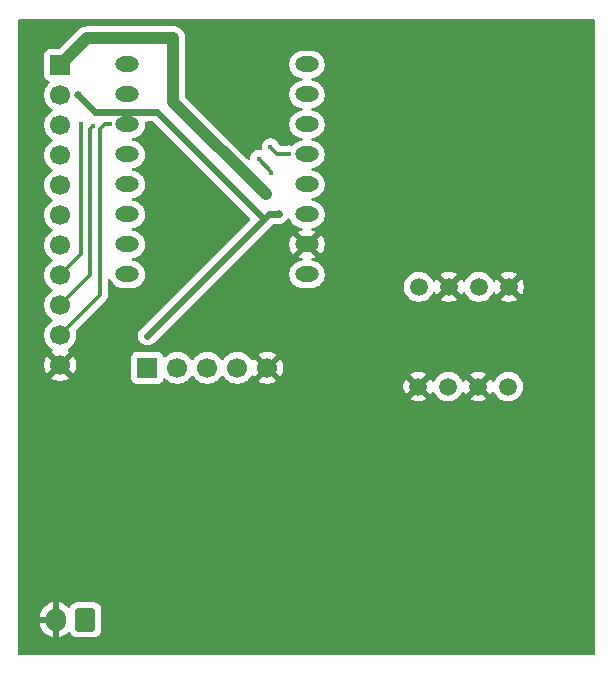
<source format=gbl>
%TF.GenerationSoftware,KiCad,Pcbnew,9.0.7*%
%TF.CreationDate,2026-02-24T20:15:18+00:00*%
%TF.ProjectId,AD5M,4144354d-2e6b-4696-9361-645f70636258,rev?*%
%TF.SameCoordinates,Original*%
%TF.FileFunction,Copper,L2,Bot*%
%TF.FilePolarity,Positive*%
%FSLAX46Y46*%
G04 Gerber Fmt 4.6, Leading zero omitted, Abs format (unit mm)*
G04 Created by KiCad (PCBNEW 9.0.7) date 2026-02-24 20:15:18*
%MOMM*%
%LPD*%
G01*
G04 APERTURE LIST*
G04 Aperture macros list*
%AMRoundRect*
0 Rectangle with rounded corners*
0 $1 Rounding radius*
0 $2 $3 $4 $5 $6 $7 $8 $9 X,Y pos of 4 corners*
0 Add a 4 corners polygon primitive as box body*
4,1,4,$2,$3,$4,$5,$6,$7,$8,$9,$2,$3,0*
0 Add four circle primitives for the rounded corners*
1,1,$1+$1,$2,$3*
1,1,$1+$1,$4,$5*
1,1,$1+$1,$6,$7*
1,1,$1+$1,$8,$9*
0 Add four rect primitives between the rounded corners*
20,1,$1+$1,$2,$3,$4,$5,0*
20,1,$1+$1,$4,$5,$6,$7,0*
20,1,$1+$1,$6,$7,$8,$9,0*
20,1,$1+$1,$8,$9,$2,$3,0*%
G04 Aperture macros list end*
%TA.AperFunction,ComponentPad*%
%ADD10R,1.700000X1.700000*%
%TD*%
%TA.AperFunction,ComponentPad*%
%ADD11C,1.700000*%
%TD*%
%TA.AperFunction,ComponentPad*%
%ADD12C,1.500000*%
%TD*%
%TA.AperFunction,ComponentPad*%
%ADD13RoundRect,0.250000X0.600000X0.750000X-0.600000X0.750000X-0.600000X-0.750000X0.600000X-0.750000X0*%
%TD*%
%TA.AperFunction,ComponentPad*%
%ADD14O,1.700000X2.000000*%
%TD*%
%TA.AperFunction,ComponentPad*%
%ADD15O,2.000000X1.300000*%
%TD*%
%TA.AperFunction,ViaPad*%
%ADD16C,0.650000*%
%TD*%
%TA.AperFunction,ViaPad*%
%ADD17C,0.700000*%
%TD*%
%TA.AperFunction,ViaPad*%
%ADD18C,0.450000*%
%TD*%
%TA.AperFunction,Conductor*%
%ADD19C,0.300000*%
%TD*%
%TA.AperFunction,Conductor*%
%ADD20C,0.600000*%
%TD*%
%TA.AperFunction,Conductor*%
%ADD21C,1.000000*%
%TD*%
G04 APERTURE END LIST*
D10*
%TO.P,J3,1,Pin_1*%
%TO.N,3.3V*%
X160430000Y-72350000D03*
D11*
%TO.P,J3,2,Pin_2*%
%TO.N,SCL*%
X162970000Y-72350000D03*
%TO.P,J3,3,Pin_3*%
%TO.N,SDA*%
X165510000Y-72350000D03*
%TO.P,J3,4,Pin_4*%
%TO.N,Net-(J3-Pin_4)*%
X168050000Y-72350000D03*
%TO.P,J3,5,Pin_5*%
%TO.N,GND*%
X170590000Y-72350000D03*
%TD*%
D12*
%TO.P,U6,1,In_2*%
%TO.N,FAN_EXHAUST*%
X183430000Y-65500000D03*
%TO.P,U6,2,In_1*%
%TO.N,GND*%
X185970000Y-65500000D03*
%TO.P,U6,3,Vm*%
%TO.N,24V*%
X188510000Y-65500000D03*
%TO.P,U6,4,GND*%
%TO.N,GND*%
X191050000Y-65500000D03*
%TD*%
%TO.P,U5,1,In_2*%
%TO.N,FAN_RECIRC*%
X190990000Y-73950000D03*
%TO.P,U5,2,In_1*%
%TO.N,GND*%
X188450000Y-73950000D03*
%TO.P,U5,3,Vm*%
%TO.N,24V*%
X185910000Y-73950000D03*
%TO.P,U5,4,GND*%
%TO.N,GND*%
X183370000Y-73950000D03*
%TD*%
D13*
%TO.P,J1,1,Pin_1*%
%TO.N,24V*%
X155200000Y-93675000D03*
D14*
%TO.P,J1,2,Pin_2*%
%TO.N,GND*%
X152700000Y-93675000D03*
%TD*%
D10*
%TO.P,J2,1,Pin_1*%
%TO.N,5V*%
X153050000Y-46710000D03*
D11*
%TO.P,J2,2,Pin_2*%
%TO.N,3.3V*%
X153050000Y-49250000D03*
%TO.P,J2,3,Pin_3*%
%TO.N,3*%
X153050000Y-51790000D03*
%TO.P,J2,4,Pin_4*%
%TO.N,4*%
X153050000Y-54330000D03*
%TO.P,J2,5,Pin_5*%
%TO.N,10*%
X153050000Y-56870000D03*
%TO.P,J2,6,Pin_6*%
%TO.N,20*%
X153050000Y-59410000D03*
%TO.P,J2,7,Pin_7*%
%TO.N,21*%
X153050000Y-61950000D03*
%TO.P,J2,8,Pin_8*%
%TO.N,5*%
X153050000Y-64490000D03*
%TO.P,J2,9,Pin_9*%
%TO.N,6*%
X153050000Y-67030000D03*
%TO.P,J2,10,Pin_10*%
%TO.N,7*%
X153050000Y-69570000D03*
%TO.P,J2,11,Pin_11*%
%TO.N,GND*%
X153050000Y-72110000D03*
%TD*%
D15*
%TO.P,U2,1,5_A5_MISO*%
%TO.N,5*%
X158750000Y-46660000D03*
%TO.P,U2,2,6_MOSI*%
%TO.N,6*%
X158750000Y-49200000D03*
%TO.P,U2,3,7_SS*%
%TO.N,7*%
X158750000Y-51740000D03*
%TO.P,U2,4,8_SDA*%
%TO.N,SDA*%
X158750000Y-54280000D03*
%TO.P,U2,5,9_SCL*%
%TO.N,SCL*%
X158750000Y-56820000D03*
%TO.P,U2,6,10*%
%TO.N,10*%
X158750000Y-59360000D03*
%TO.P,U2,7,20_RX*%
%TO.N,20*%
X158750000Y-61900000D03*
%TO.P,U2,8,21_TX*%
%TO.N,21*%
X158750000Y-64440000D03*
%TO.P,U2,9,5V*%
%TO.N,5V*%
X173950000Y-64440000D03*
%TO.P,U2,10,GND*%
%TO.N,GND*%
X173950000Y-61900000D03*
%TO.P,U2,11,3.3V*%
%TO.N,3.3V*%
X173950000Y-59360000D03*
%TO.P,U2,12,4_A4_SCK*%
%TO.N,4*%
X173950000Y-56820000D03*
%TO.P,U2,13,3_A3*%
%TO.N,3*%
X173950000Y-54280000D03*
%TO.P,U2,14,2_A2*%
%TO.N,TVOC_LED*%
X173950000Y-51740000D03*
%TO.P,U2,15,1_A1*%
%TO.N,FAN_EXHAUST*%
X173950000Y-49200000D03*
%TO.P,U2,16,0_A0*%
%TO.N,FAN_RECIRC*%
X173950000Y-46660000D03*
%TD*%
D16*
%TO.N,GND*%
X176050000Y-58550000D03*
X176050000Y-54550000D03*
X176050000Y-63150000D03*
X176350000Y-49150000D03*
X179350000Y-52150000D03*
X183150000Y-55850000D03*
X173950000Y-72850000D03*
X172250000Y-60650000D03*
X184550000Y-70450000D03*
X184550000Y-69050000D03*
X191350000Y-69150000D03*
X191350000Y-70450000D03*
X188350000Y-71650000D03*
X165350000Y-44050000D03*
X165350000Y-46650000D03*
X157850000Y-66750000D03*
X161850000Y-70250000D03*
X171150000Y-68750000D03*
X150750000Y-90450000D03*
X152850000Y-90450000D03*
X150750000Y-88050000D03*
X169450000Y-76350000D03*
X150750000Y-76350000D03*
X169450000Y-78850000D03*
X169350000Y-81550000D03*
X169350000Y-86250000D03*
X169250000Y-88550000D03*
X167450000Y-90150000D03*
X164450000Y-90150000D03*
X161550000Y-90150000D03*
X158850000Y-90150000D03*
X166550000Y-76350000D03*
X162250000Y-76350000D03*
X158050000Y-76350000D03*
X153950000Y-76350000D03*
X150750000Y-80350000D03*
D17*
X150750000Y-84150000D03*
D16*
X169750000Y-49250000D03*
X165350000Y-49250000D03*
X186950000Y-60450000D03*
X185550000Y-60450000D03*
X171150000Y-66950000D03*
X161250000Y-66850000D03*
X161250000Y-62650000D03*
X171150000Y-65350000D03*
D18*
%TO.N,7*%
X157250000Y-51740000D03*
%TO.N,6*%
X155850000Y-51850000D03*
%TO.N,5*%
X154850000Y-51750000D03*
%TO.N,3*%
X170850000Y-53650000D03*
X172450000Y-54250000D03*
%TO.N,4*%
X170950000Y-55850000D03*
X169850000Y-54650000D03*
D16*
%TO.N,3.3V*%
X154550000Y-49250000D03*
%TO.N,5V*%
X170450000Y-57650000D03*
%TO.N,3.3V*%
X171550000Y-59350000D03*
D18*
X160450000Y-69650000D03*
D16*
%TO.N,GND*%
X152650000Y-85450000D03*
%TD*%
D19*
%TO.N,6*%
X155575003Y-52124997D02*
X155575003Y-64504997D01*
X155850000Y-51850000D02*
X155575003Y-52124997D01*
X155575003Y-64504997D02*
X153050000Y-67030000D01*
%TO.N,7*%
X156850000Y-51740000D02*
X156450000Y-52140000D01*
X156450000Y-52140000D02*
X156450000Y-66170000D01*
X156450000Y-66170000D02*
X153050000Y-69570000D01*
X157250000Y-51740000D02*
X156850000Y-51740000D01*
%TO.N,5*%
X154850000Y-62690000D02*
X153050000Y-64490000D01*
X154850000Y-51750000D02*
X154850000Y-62690000D01*
%TO.N,3*%
X171450000Y-54250000D02*
X170850000Y-53650000D01*
X172450000Y-54250000D02*
X171450000Y-54250000D01*
%TO.N,4*%
X170950000Y-55750000D02*
X169850000Y-54650000D01*
X170950000Y-55850000D02*
X170950000Y-55750000D01*
D20*
%TO.N,3.3V*%
X161289000Y-50689000D02*
X170350000Y-59750000D01*
X155989000Y-50689000D02*
X161289000Y-50689000D01*
X170350000Y-59750000D02*
X160450000Y-69650000D01*
X154550000Y-49250000D02*
X155989000Y-50689000D01*
D21*
%TO.N,5V*%
X162650000Y-44450000D02*
X155310000Y-44450000D01*
X170450000Y-57650000D02*
X162650000Y-49850000D01*
X155310000Y-44450000D02*
X153050000Y-46710000D01*
X162650000Y-49850000D02*
X162650000Y-44450000D01*
D20*
%TO.N,3.3V*%
X170750000Y-59350000D02*
X170350000Y-59750000D01*
X171550000Y-59350000D02*
X170750000Y-59350000D01*
%TD*%
%TA.AperFunction,Conductor*%
%TO.N,GND*%
G36*
X198292539Y-42870185D02*
G01*
X198338294Y-42922989D01*
X198349500Y-42974500D01*
X198349500Y-96575500D01*
X198329815Y-96642539D01*
X198277011Y-96688294D01*
X198225500Y-96699500D01*
X149624500Y-96699500D01*
X149557461Y-96679815D01*
X149511706Y-96627011D01*
X149500500Y-96575500D01*
X149500500Y-93418753D01*
X151350000Y-93418753D01*
X151350000Y-93425000D01*
X152266988Y-93425000D01*
X152234075Y-93482007D01*
X152200000Y-93609174D01*
X152200000Y-93740826D01*
X152234075Y-93867993D01*
X152266988Y-93925000D01*
X151350000Y-93925000D01*
X151350000Y-93931246D01*
X151383242Y-94141127D01*
X151383242Y-94141130D01*
X151448904Y-94343217D01*
X151545379Y-94532557D01*
X151670272Y-94704459D01*
X151670276Y-94704464D01*
X151820535Y-94854723D01*
X151820540Y-94854727D01*
X151992442Y-94979620D01*
X152181782Y-95076095D01*
X152383871Y-95141757D01*
X152450000Y-95152231D01*
X152450000Y-94108012D01*
X152507007Y-94140925D01*
X152634174Y-94175000D01*
X152765826Y-94175000D01*
X152892993Y-94140925D01*
X152950000Y-94108012D01*
X152950000Y-95152230D01*
X153016126Y-95141757D01*
X153016129Y-95141757D01*
X153218217Y-95076095D01*
X153407557Y-94979620D01*
X153579458Y-94854728D01*
X153718330Y-94715856D01*
X153779653Y-94682371D01*
X153849345Y-94687355D01*
X153905279Y-94729226D01*
X153911551Y-94738440D01*
X153915185Y-94744331D01*
X153915186Y-94744334D01*
X154007288Y-94893656D01*
X154131344Y-95017712D01*
X154280666Y-95109814D01*
X154447203Y-95164999D01*
X154549991Y-95175500D01*
X155850008Y-95175499D01*
X155952797Y-95164999D01*
X156119334Y-95109814D01*
X156268656Y-95017712D01*
X156392712Y-94893656D01*
X156484814Y-94744334D01*
X156539999Y-94577797D01*
X156550500Y-94475009D01*
X156550499Y-92874992D01*
X156539999Y-92772203D01*
X156484814Y-92605666D01*
X156392712Y-92456344D01*
X156268656Y-92332288D01*
X156119334Y-92240186D01*
X155952797Y-92185001D01*
X155952795Y-92185000D01*
X155850010Y-92174500D01*
X154549998Y-92174500D01*
X154549981Y-92174501D01*
X154447203Y-92185000D01*
X154447200Y-92185001D01*
X154280668Y-92240185D01*
X154280663Y-92240187D01*
X154131342Y-92332289D01*
X154007289Y-92456342D01*
X153911551Y-92611559D01*
X153859603Y-92658283D01*
X153790640Y-92669506D01*
X153726558Y-92641662D01*
X153718331Y-92634143D01*
X153579464Y-92495276D01*
X153579459Y-92495272D01*
X153407557Y-92370379D01*
X153218215Y-92273903D01*
X153016124Y-92208241D01*
X152950000Y-92197768D01*
X152950000Y-93241988D01*
X152892993Y-93209075D01*
X152765826Y-93175000D01*
X152634174Y-93175000D01*
X152507007Y-93209075D01*
X152450000Y-93241988D01*
X152450000Y-92197768D01*
X152449999Y-92197768D01*
X152383875Y-92208241D01*
X152181784Y-92273903D01*
X151992442Y-92370379D01*
X151820540Y-92495272D01*
X151820535Y-92495276D01*
X151670276Y-92645535D01*
X151670272Y-92645540D01*
X151545379Y-92817442D01*
X151448904Y-93006782D01*
X151383242Y-93208869D01*
X151383242Y-93208872D01*
X151350000Y-93418753D01*
X149500500Y-93418753D01*
X149500500Y-73851617D01*
X182120000Y-73851617D01*
X182120000Y-74048382D01*
X182150778Y-74242705D01*
X182211581Y-74429835D01*
X182300905Y-74605145D01*
X182326319Y-74640125D01*
X182326320Y-74640125D01*
X182970000Y-73996445D01*
X182970000Y-74002661D01*
X182997259Y-74104394D01*
X183049920Y-74195606D01*
X183124394Y-74270080D01*
X183215606Y-74322741D01*
X183317339Y-74350000D01*
X183323553Y-74350000D01*
X182679873Y-74993677D01*
X182679873Y-74993678D01*
X182714858Y-75019096D01*
X182890164Y-75108418D01*
X183077294Y-75169221D01*
X183271618Y-75200000D01*
X183468382Y-75200000D01*
X183662705Y-75169221D01*
X183849835Y-75108418D01*
X184025143Y-75019095D01*
X184060125Y-74993678D01*
X184060126Y-74993678D01*
X183416448Y-74350000D01*
X183422661Y-74350000D01*
X183524394Y-74322741D01*
X183615606Y-74270080D01*
X183690080Y-74195606D01*
X183742741Y-74104394D01*
X183770000Y-74002661D01*
X183770000Y-73996448D01*
X184413678Y-74640126D01*
X184413678Y-74640125D01*
X184439097Y-74605141D01*
X184529234Y-74428236D01*
X184577208Y-74377439D01*
X184645029Y-74360644D01*
X184711164Y-74383181D01*
X184750204Y-74428235D01*
X184751115Y-74430024D01*
X184751116Y-74430025D01*
X184840476Y-74605405D01*
X184956172Y-74764646D01*
X185095354Y-74903828D01*
X185254595Y-75019524D01*
X185337455Y-75061743D01*
X185429970Y-75108882D01*
X185429972Y-75108882D01*
X185429975Y-75108884D01*
X185530317Y-75141487D01*
X185617173Y-75169709D01*
X185811578Y-75200500D01*
X185811583Y-75200500D01*
X186008422Y-75200500D01*
X186202826Y-75169709D01*
X186204328Y-75169221D01*
X186390025Y-75108884D01*
X186565405Y-75019524D01*
X186724646Y-74903828D01*
X186863828Y-74764646D01*
X186979524Y-74605405D01*
X187068884Y-74430025D01*
X187068884Y-74430022D01*
X187069795Y-74428236D01*
X187117769Y-74377440D01*
X187185590Y-74360644D01*
X187251725Y-74383181D01*
X187290765Y-74428235D01*
X187380905Y-74605145D01*
X187406319Y-74640125D01*
X187406320Y-74640125D01*
X188050000Y-73996445D01*
X188050000Y-74002661D01*
X188077259Y-74104394D01*
X188129920Y-74195606D01*
X188204394Y-74270080D01*
X188295606Y-74322741D01*
X188397339Y-74350000D01*
X188403553Y-74350000D01*
X187759873Y-74993677D01*
X187759873Y-74993678D01*
X187794858Y-75019096D01*
X187970164Y-75108418D01*
X188157294Y-75169221D01*
X188351618Y-75200000D01*
X188548382Y-75200000D01*
X188742705Y-75169221D01*
X188929835Y-75108418D01*
X189105143Y-75019095D01*
X189140125Y-74993678D01*
X189140126Y-74993678D01*
X188496448Y-74350000D01*
X188502661Y-74350000D01*
X188604394Y-74322741D01*
X188695606Y-74270080D01*
X188770080Y-74195606D01*
X188822741Y-74104394D01*
X188850000Y-74002661D01*
X188850000Y-73996448D01*
X189493678Y-74640126D01*
X189493678Y-74640125D01*
X189519097Y-74605141D01*
X189609234Y-74428236D01*
X189657208Y-74377439D01*
X189725029Y-74360644D01*
X189791164Y-74383181D01*
X189830204Y-74428235D01*
X189831115Y-74430024D01*
X189831116Y-74430025D01*
X189920476Y-74605405D01*
X190036172Y-74764646D01*
X190175354Y-74903828D01*
X190334595Y-75019524D01*
X190417455Y-75061743D01*
X190509970Y-75108882D01*
X190509972Y-75108882D01*
X190509975Y-75108884D01*
X190610317Y-75141487D01*
X190697173Y-75169709D01*
X190891578Y-75200500D01*
X190891583Y-75200500D01*
X191088422Y-75200500D01*
X191282826Y-75169709D01*
X191284328Y-75169221D01*
X191470025Y-75108884D01*
X191645405Y-75019524D01*
X191804646Y-74903828D01*
X191943828Y-74764646D01*
X192059524Y-74605405D01*
X192148884Y-74430025D01*
X192209709Y-74242826D01*
X192217188Y-74195606D01*
X192240500Y-74048422D01*
X192240500Y-73851577D01*
X192209709Y-73657173D01*
X192160142Y-73504624D01*
X192148884Y-73469975D01*
X192148882Y-73469972D01*
X192148882Y-73469970D01*
X192093407Y-73361095D01*
X192059524Y-73294595D01*
X191943828Y-73135354D01*
X191804646Y-72996172D01*
X191645405Y-72880476D01*
X191470029Y-72791117D01*
X191282826Y-72730290D01*
X191088422Y-72699500D01*
X191088417Y-72699500D01*
X190891583Y-72699500D01*
X190891578Y-72699500D01*
X190697173Y-72730290D01*
X190509970Y-72791117D01*
X190334594Y-72880476D01*
X190243741Y-72946485D01*
X190175354Y-72996172D01*
X190175352Y-72996174D01*
X190175351Y-72996174D01*
X190036174Y-73135351D01*
X190036174Y-73135352D01*
X190036172Y-73135354D01*
X189986485Y-73203741D01*
X189920476Y-73294594D01*
X189830204Y-73471764D01*
X189782229Y-73522560D01*
X189714408Y-73539355D01*
X189648274Y-73516818D01*
X189609234Y-73471764D01*
X189519096Y-73294858D01*
X189493678Y-73259873D01*
X189493677Y-73259873D01*
X188850000Y-73903551D01*
X188850000Y-73897339D01*
X188822741Y-73795606D01*
X188770080Y-73704394D01*
X188695606Y-73629920D01*
X188604394Y-73577259D01*
X188502661Y-73550000D01*
X188496447Y-73550000D01*
X189140125Y-72906320D01*
X189140125Y-72906319D01*
X189105145Y-72880905D01*
X188929835Y-72791581D01*
X188742705Y-72730778D01*
X188548382Y-72700000D01*
X188351618Y-72700000D01*
X188157294Y-72730778D01*
X187970161Y-72791582D01*
X187794863Y-72880899D01*
X187794859Y-72880902D01*
X187759873Y-72906320D01*
X187759872Y-72906320D01*
X188403554Y-73550000D01*
X188397339Y-73550000D01*
X188295606Y-73577259D01*
X188204394Y-73629920D01*
X188129920Y-73704394D01*
X188077259Y-73795606D01*
X188050000Y-73897339D01*
X188050000Y-73903552D01*
X187406320Y-73259872D01*
X187406320Y-73259873D01*
X187380902Y-73294859D01*
X187290765Y-73471764D01*
X187242790Y-73522560D01*
X187174969Y-73539355D01*
X187108835Y-73516818D01*
X187069795Y-73471763D01*
X186979525Y-73294596D01*
X186945578Y-73247873D01*
X186863828Y-73135354D01*
X186724646Y-72996172D01*
X186565405Y-72880476D01*
X186390029Y-72791117D01*
X186202826Y-72730290D01*
X186008422Y-72699500D01*
X186008417Y-72699500D01*
X185811583Y-72699500D01*
X185811578Y-72699500D01*
X185617173Y-72730290D01*
X185429970Y-72791117D01*
X185254594Y-72880476D01*
X185163741Y-72946485D01*
X185095354Y-72996172D01*
X185095352Y-72996174D01*
X185095351Y-72996174D01*
X184956174Y-73135351D01*
X184956174Y-73135352D01*
X184956172Y-73135354D01*
X184906485Y-73203741D01*
X184840476Y-73294594D01*
X184750204Y-73471764D01*
X184702229Y-73522560D01*
X184634408Y-73539355D01*
X184568274Y-73516818D01*
X184529234Y-73471764D01*
X184439096Y-73294858D01*
X184413678Y-73259873D01*
X184413677Y-73259873D01*
X183770000Y-73903551D01*
X183770000Y-73897339D01*
X183742741Y-73795606D01*
X183690080Y-73704394D01*
X183615606Y-73629920D01*
X183524394Y-73577259D01*
X183422661Y-73550000D01*
X183416447Y-73550000D01*
X184060125Y-72906320D01*
X184060125Y-72906319D01*
X184025145Y-72880905D01*
X183849835Y-72791581D01*
X183662705Y-72730778D01*
X183468382Y-72700000D01*
X183271618Y-72700000D01*
X183077294Y-72730778D01*
X182890161Y-72791582D01*
X182714863Y-72880899D01*
X182714859Y-72880902D01*
X182679873Y-72906320D01*
X182679872Y-72906320D01*
X183323554Y-73550000D01*
X183317339Y-73550000D01*
X183215606Y-73577259D01*
X183124394Y-73629920D01*
X183049920Y-73704394D01*
X182997259Y-73795606D01*
X182970000Y-73897339D01*
X182970000Y-73903552D01*
X182326320Y-73259872D01*
X182326320Y-73259873D01*
X182300902Y-73294859D01*
X182300899Y-73294863D01*
X182211582Y-73470161D01*
X182150778Y-73657294D01*
X182120000Y-73851617D01*
X149500500Y-73851617D01*
X149500500Y-45812135D01*
X151699500Y-45812135D01*
X151699500Y-47607870D01*
X151699501Y-47607876D01*
X151705908Y-47667483D01*
X151756202Y-47802328D01*
X151756206Y-47802335D01*
X151842452Y-47917544D01*
X151842455Y-47917547D01*
X151957664Y-48003793D01*
X151957671Y-48003797D01*
X152089082Y-48052810D01*
X152145016Y-48094681D01*
X152169433Y-48160145D01*
X152154582Y-48228418D01*
X152133431Y-48256673D01*
X152019889Y-48370215D01*
X151894951Y-48542179D01*
X151798444Y-48731585D01*
X151732753Y-48933760D01*
X151704927Y-49109448D01*
X151699500Y-49143713D01*
X151699500Y-49356287D01*
X151732754Y-49566243D01*
X151778880Y-49708205D01*
X151798444Y-49768414D01*
X151894951Y-49957820D01*
X152019890Y-50129786D01*
X152170213Y-50280109D01*
X152342182Y-50405050D01*
X152350946Y-50409516D01*
X152401742Y-50457491D01*
X152418536Y-50525312D01*
X152395998Y-50591447D01*
X152350946Y-50630484D01*
X152342182Y-50634949D01*
X152170213Y-50759890D01*
X152019890Y-50910213D01*
X151894951Y-51082179D01*
X151798444Y-51271585D01*
X151732753Y-51473760D01*
X151699500Y-51683713D01*
X151699500Y-51896286D01*
X151732753Y-52106239D01*
X151798444Y-52308414D01*
X151894951Y-52497820D01*
X152019890Y-52669786D01*
X152170213Y-52820109D01*
X152342182Y-52945050D01*
X152350946Y-52949516D01*
X152401742Y-52997491D01*
X152418536Y-53065312D01*
X152395998Y-53131447D01*
X152350946Y-53170484D01*
X152342182Y-53174949D01*
X152170213Y-53299890D01*
X152019890Y-53450213D01*
X151894951Y-53622179D01*
X151798444Y-53811585D01*
X151732753Y-54013760D01*
X151699500Y-54223713D01*
X151699500Y-54436286D01*
X151722031Y-54578545D01*
X151732754Y-54646243D01*
X151772285Y-54767907D01*
X151798444Y-54848414D01*
X151894951Y-55037820D01*
X152019890Y-55209786D01*
X152170213Y-55360109D01*
X152342182Y-55485050D01*
X152350946Y-55489516D01*
X152401742Y-55537491D01*
X152418536Y-55605312D01*
X152395998Y-55671447D01*
X152350946Y-55710484D01*
X152342182Y-55714949D01*
X152170213Y-55839890D01*
X152019890Y-55990213D01*
X151894951Y-56162179D01*
X151798444Y-56351585D01*
X151732753Y-56553760D01*
X151730407Y-56568573D01*
X151699500Y-56763713D01*
X151699500Y-56976287D01*
X151705191Y-57012219D01*
X151731145Y-57176089D01*
X151732754Y-57186243D01*
X151788614Y-57358163D01*
X151798444Y-57388414D01*
X151894951Y-57577820D01*
X152019890Y-57749786D01*
X152170213Y-57900109D01*
X152342182Y-58025050D01*
X152350946Y-58029516D01*
X152401742Y-58077491D01*
X152418536Y-58145312D01*
X152395998Y-58211447D01*
X152350946Y-58250484D01*
X152342182Y-58254949D01*
X152170213Y-58379890D01*
X152019890Y-58530213D01*
X151894951Y-58702179D01*
X151798444Y-58891585D01*
X151732753Y-59093760D01*
X151730306Y-59109211D01*
X151699500Y-59303713D01*
X151699500Y-59516287D01*
X151732754Y-59726243D01*
X151781487Y-59876228D01*
X151798444Y-59928414D01*
X151894951Y-60117820D01*
X152019890Y-60289786D01*
X152170213Y-60440109D01*
X152342182Y-60565050D01*
X152350946Y-60569516D01*
X152401742Y-60617491D01*
X152418536Y-60685312D01*
X152395998Y-60751447D01*
X152350946Y-60790484D01*
X152342182Y-60794949D01*
X152170213Y-60919890D01*
X152019890Y-61070213D01*
X151894951Y-61242179D01*
X151798444Y-61431585D01*
X151732753Y-61633760D01*
X151699500Y-61843713D01*
X151699500Y-62056286D01*
X151717398Y-62169293D01*
X151732754Y-62266243D01*
X151772285Y-62387907D01*
X151798444Y-62468414D01*
X151894951Y-62657820D01*
X152019890Y-62829786D01*
X152170213Y-62980109D01*
X152342182Y-63105050D01*
X152350946Y-63109516D01*
X152401742Y-63157491D01*
X152418536Y-63225312D01*
X152395998Y-63291447D01*
X152350946Y-63330484D01*
X152342182Y-63334949D01*
X152170213Y-63459890D01*
X152019890Y-63610213D01*
X151894951Y-63782179D01*
X151798444Y-63971585D01*
X151732753Y-64173760D01*
X151699500Y-64383713D01*
X151699500Y-64596286D01*
X151730225Y-64790279D01*
X151732754Y-64806243D01*
X151758014Y-64883986D01*
X151798444Y-65008414D01*
X151894951Y-65197820D01*
X152019890Y-65369786D01*
X152170213Y-65520109D01*
X152342182Y-65645050D01*
X152350946Y-65649516D01*
X152401742Y-65697491D01*
X152418536Y-65765312D01*
X152395998Y-65831447D01*
X152350946Y-65870484D01*
X152342182Y-65874949D01*
X152170213Y-65999890D01*
X152019890Y-66150213D01*
X151894951Y-66322179D01*
X151798444Y-66511585D01*
X151732753Y-66713760D01*
X151699500Y-66923713D01*
X151699500Y-67136286D01*
X151732753Y-67346239D01*
X151798444Y-67548414D01*
X151894951Y-67737820D01*
X152019890Y-67909786D01*
X152170213Y-68060109D01*
X152342182Y-68185050D01*
X152350946Y-68189516D01*
X152401742Y-68237491D01*
X152418536Y-68305312D01*
X152395998Y-68371447D01*
X152350946Y-68410484D01*
X152342182Y-68414949D01*
X152170213Y-68539890D01*
X152019890Y-68690213D01*
X151894951Y-68862179D01*
X151798444Y-69051585D01*
X151732753Y-69253760D01*
X151699500Y-69463713D01*
X151699500Y-69676286D01*
X151732753Y-69886239D01*
X151798444Y-70088414D01*
X151894951Y-70277820D01*
X152019890Y-70449786D01*
X152170213Y-70600109D01*
X152342179Y-70725048D01*
X152342181Y-70725049D01*
X152342184Y-70725051D01*
X152351493Y-70729794D01*
X152402290Y-70777766D01*
X152419087Y-70845587D01*
X152396552Y-70911722D01*
X152351505Y-70950760D01*
X152342446Y-70955376D01*
X152342440Y-70955380D01*
X152288282Y-70994727D01*
X152288282Y-70994728D01*
X152920591Y-71627037D01*
X152857007Y-71644075D01*
X152742993Y-71709901D01*
X152649901Y-71802993D01*
X152584075Y-71917007D01*
X152567037Y-71980591D01*
X151934728Y-71348282D01*
X151934727Y-71348282D01*
X151895380Y-71402439D01*
X151798904Y-71591782D01*
X151733242Y-71793869D01*
X151733242Y-71793872D01*
X151700000Y-72003753D01*
X151700000Y-72216246D01*
X151733242Y-72426127D01*
X151733242Y-72426130D01*
X151798904Y-72628217D01*
X151895375Y-72817550D01*
X151934728Y-72871716D01*
X152567037Y-72239408D01*
X152584075Y-72302993D01*
X152649901Y-72417007D01*
X152742993Y-72510099D01*
X152857007Y-72575925D01*
X152920590Y-72592962D01*
X152288282Y-73225269D01*
X152288282Y-73225270D01*
X152342449Y-73264624D01*
X152531782Y-73361095D01*
X152733870Y-73426757D01*
X152943754Y-73460000D01*
X153156246Y-73460000D01*
X153366127Y-73426757D01*
X153366130Y-73426757D01*
X153568217Y-73361095D01*
X153757554Y-73264622D01*
X153811716Y-73225270D01*
X153811717Y-73225270D01*
X153179408Y-72592962D01*
X153242993Y-72575925D01*
X153357007Y-72510099D01*
X153450099Y-72417007D01*
X153515925Y-72302993D01*
X153532962Y-72239408D01*
X154165270Y-72871717D01*
X154165270Y-72871716D01*
X154204622Y-72817554D01*
X154301095Y-72628217D01*
X154366757Y-72426130D01*
X154366757Y-72426127D01*
X154400000Y-72216246D01*
X154400000Y-72003753D01*
X154366757Y-71793872D01*
X154366757Y-71793869D01*
X154301095Y-71591782D01*
X154256929Y-71505101D01*
X154256928Y-71505097D01*
X154229942Y-71452135D01*
X159079500Y-71452135D01*
X159079500Y-73247870D01*
X159079501Y-73247876D01*
X159085908Y-73307483D01*
X159136202Y-73442328D01*
X159136206Y-73442335D01*
X159222452Y-73557544D01*
X159222455Y-73557547D01*
X159337664Y-73643793D01*
X159337671Y-73643797D01*
X159472517Y-73694091D01*
X159472516Y-73694091D01*
X159479444Y-73694835D01*
X159532127Y-73700500D01*
X161327872Y-73700499D01*
X161387483Y-73694091D01*
X161522331Y-73643796D01*
X161637546Y-73557546D01*
X161723796Y-73442331D01*
X161772810Y-73310916D01*
X161814681Y-73254984D01*
X161880145Y-73230566D01*
X161948418Y-73245417D01*
X161976673Y-73266569D01*
X162090213Y-73380109D01*
X162262179Y-73505048D01*
X162262181Y-73505049D01*
X162262184Y-73505051D01*
X162451588Y-73601557D01*
X162653757Y-73667246D01*
X162863713Y-73700500D01*
X162863714Y-73700500D01*
X163076286Y-73700500D01*
X163076287Y-73700500D01*
X163286243Y-73667246D01*
X163488412Y-73601557D01*
X163677816Y-73505051D01*
X163764138Y-73442335D01*
X163849786Y-73380109D01*
X163849788Y-73380106D01*
X163849792Y-73380104D01*
X164000104Y-73229792D01*
X164000106Y-73229788D01*
X164000109Y-73229786D01*
X164125048Y-73057820D01*
X164125047Y-73057820D01*
X164125051Y-73057816D01*
X164129514Y-73049054D01*
X164177488Y-72998259D01*
X164245308Y-72981463D01*
X164311444Y-73003999D01*
X164350486Y-73049056D01*
X164354951Y-73057820D01*
X164479890Y-73229786D01*
X164630213Y-73380109D01*
X164802179Y-73505048D01*
X164802181Y-73505049D01*
X164802184Y-73505051D01*
X164991588Y-73601557D01*
X165193757Y-73667246D01*
X165403713Y-73700500D01*
X165403714Y-73700500D01*
X165616286Y-73700500D01*
X165616287Y-73700500D01*
X165826243Y-73667246D01*
X166028412Y-73601557D01*
X166217816Y-73505051D01*
X166304138Y-73442335D01*
X166389786Y-73380109D01*
X166389788Y-73380106D01*
X166389792Y-73380104D01*
X166540104Y-73229792D01*
X166540106Y-73229788D01*
X166540109Y-73229786D01*
X166665048Y-73057820D01*
X166665047Y-73057820D01*
X166665051Y-73057816D01*
X166669514Y-73049054D01*
X166717488Y-72998259D01*
X166785308Y-72981463D01*
X166851444Y-73003999D01*
X166890486Y-73049056D01*
X166894951Y-73057820D01*
X167019890Y-73229786D01*
X167170213Y-73380109D01*
X167342179Y-73505048D01*
X167342181Y-73505049D01*
X167342184Y-73505051D01*
X167531588Y-73601557D01*
X167733757Y-73667246D01*
X167943713Y-73700500D01*
X167943714Y-73700500D01*
X168156286Y-73700500D01*
X168156287Y-73700500D01*
X168366243Y-73667246D01*
X168568412Y-73601557D01*
X168757816Y-73505051D01*
X168844138Y-73442335D01*
X168929786Y-73380109D01*
X168929788Y-73380106D01*
X168929792Y-73380104D01*
X169080104Y-73229792D01*
X169080106Y-73229788D01*
X169080109Y-73229786D01*
X169165890Y-73111717D01*
X169205051Y-73057816D01*
X169209793Y-73048508D01*
X169257763Y-72997711D01*
X169325583Y-72980911D01*
X169391719Y-73003445D01*
X169430763Y-73048500D01*
X169435373Y-73057547D01*
X169474728Y-73111716D01*
X170107037Y-72479408D01*
X170124075Y-72542993D01*
X170189901Y-72657007D01*
X170282993Y-72750099D01*
X170397007Y-72815925D01*
X170460590Y-72832962D01*
X169828282Y-73465269D01*
X169828282Y-73465270D01*
X169882449Y-73504624D01*
X170071782Y-73601095D01*
X170273870Y-73666757D01*
X170483754Y-73700000D01*
X170696246Y-73700000D01*
X170906127Y-73666757D01*
X170906130Y-73666757D01*
X171108217Y-73601095D01*
X171297554Y-73504622D01*
X171351716Y-73465270D01*
X171351717Y-73465270D01*
X170719408Y-72832962D01*
X170782993Y-72815925D01*
X170897007Y-72750099D01*
X170990099Y-72657007D01*
X171055925Y-72542993D01*
X171072962Y-72479408D01*
X171705270Y-73111717D01*
X171705270Y-73111716D01*
X171744622Y-73057554D01*
X171826285Y-72897284D01*
X171826286Y-72897282D01*
X171841094Y-72868219D01*
X171906757Y-72666130D01*
X171906757Y-72666127D01*
X171940000Y-72456246D01*
X171940000Y-72243753D01*
X171906757Y-72033872D01*
X171906757Y-72033869D01*
X171841095Y-71831782D01*
X171744624Y-71642449D01*
X171705270Y-71588282D01*
X171705269Y-71588282D01*
X171072962Y-72220590D01*
X171055925Y-72157007D01*
X170990099Y-72042993D01*
X170897007Y-71949901D01*
X170782993Y-71884075D01*
X170719409Y-71867037D01*
X171351716Y-71234728D01*
X171297550Y-71195375D01*
X171108217Y-71098904D01*
X170906129Y-71033242D01*
X170696246Y-71000000D01*
X170483754Y-71000000D01*
X170273872Y-71033242D01*
X170273869Y-71033242D01*
X170071782Y-71098904D01*
X169882439Y-71195380D01*
X169828282Y-71234727D01*
X169828282Y-71234728D01*
X170460591Y-71867037D01*
X170397007Y-71884075D01*
X170282993Y-71949901D01*
X170189901Y-72042993D01*
X170124075Y-72157007D01*
X170107037Y-72220591D01*
X169474728Y-71588282D01*
X169474727Y-71588282D01*
X169435380Y-71642440D01*
X169435376Y-71642446D01*
X169430760Y-71651505D01*
X169382781Y-71702297D01*
X169314959Y-71719087D01*
X169248826Y-71696543D01*
X169209794Y-71651493D01*
X169205051Y-71642184D01*
X169205049Y-71642181D01*
X169205048Y-71642179D01*
X169080109Y-71470213D01*
X168929786Y-71319890D01*
X168757820Y-71194951D01*
X168568414Y-71098444D01*
X168568413Y-71098443D01*
X168568412Y-71098443D01*
X168366243Y-71032754D01*
X168366241Y-71032753D01*
X168366240Y-71032753D01*
X168204957Y-71007208D01*
X168156287Y-70999500D01*
X167943713Y-70999500D01*
X167895042Y-71007208D01*
X167733760Y-71032753D01*
X167531585Y-71098444D01*
X167342179Y-71194951D01*
X167170213Y-71319890D01*
X167019890Y-71470213D01*
X166894949Y-71642182D01*
X166890484Y-71650946D01*
X166842509Y-71701742D01*
X166774688Y-71718536D01*
X166708553Y-71695998D01*
X166669516Y-71650946D01*
X166665050Y-71642182D01*
X166540109Y-71470213D01*
X166389786Y-71319890D01*
X166217820Y-71194951D01*
X166028414Y-71098444D01*
X166028413Y-71098443D01*
X166028412Y-71098443D01*
X165826243Y-71032754D01*
X165826241Y-71032753D01*
X165826240Y-71032753D01*
X165664957Y-71007208D01*
X165616287Y-70999500D01*
X165403713Y-70999500D01*
X165355042Y-71007208D01*
X165193760Y-71032753D01*
X164991585Y-71098444D01*
X164802179Y-71194951D01*
X164630213Y-71319890D01*
X164479890Y-71470213D01*
X164354949Y-71642182D01*
X164350484Y-71650946D01*
X164302509Y-71701742D01*
X164234688Y-71718536D01*
X164168553Y-71695998D01*
X164129516Y-71650946D01*
X164125050Y-71642182D01*
X164000109Y-71470213D01*
X163849786Y-71319890D01*
X163677820Y-71194951D01*
X163488414Y-71098444D01*
X163488413Y-71098443D01*
X163488412Y-71098443D01*
X163286243Y-71032754D01*
X163286241Y-71032753D01*
X163286240Y-71032753D01*
X163124957Y-71007208D01*
X163076287Y-70999500D01*
X162863713Y-70999500D01*
X162815042Y-71007208D01*
X162653760Y-71032753D01*
X162451585Y-71098444D01*
X162262179Y-71194951D01*
X162090215Y-71319889D01*
X161976673Y-71433431D01*
X161915350Y-71466915D01*
X161845658Y-71461931D01*
X161789725Y-71420059D01*
X161772810Y-71389082D01*
X161723797Y-71257671D01*
X161723793Y-71257664D01*
X161637547Y-71142455D01*
X161637544Y-71142452D01*
X161522335Y-71056206D01*
X161522328Y-71056202D01*
X161387482Y-71005908D01*
X161387483Y-71005908D01*
X161327883Y-70999501D01*
X161327881Y-70999500D01*
X161327873Y-70999500D01*
X161327864Y-70999500D01*
X159532129Y-70999500D01*
X159532123Y-70999501D01*
X159472516Y-71005908D01*
X159337671Y-71056202D01*
X159337664Y-71056206D01*
X159222455Y-71142452D01*
X159222452Y-71142455D01*
X159136206Y-71257664D01*
X159136202Y-71257671D01*
X159085908Y-71392517D01*
X159079501Y-71452116D01*
X159079500Y-71452135D01*
X154229942Y-71452135D01*
X154204629Y-71402457D01*
X154204626Y-71402452D01*
X154165270Y-71348282D01*
X154165269Y-71348282D01*
X153532962Y-71980590D01*
X153515925Y-71917007D01*
X153450099Y-71802993D01*
X153357007Y-71709901D01*
X153242993Y-71644075D01*
X153179409Y-71627037D01*
X153811716Y-70994728D01*
X153757547Y-70955373D01*
X153757547Y-70955372D01*
X153748500Y-70950763D01*
X153697706Y-70902788D01*
X153680912Y-70834966D01*
X153703451Y-70768832D01*
X153748508Y-70729793D01*
X153757816Y-70725051D01*
X153837007Y-70667515D01*
X153929786Y-70600109D01*
X153929788Y-70600106D01*
X153929792Y-70600104D01*
X154080104Y-70449792D01*
X154080106Y-70449788D01*
X154080109Y-70449786D01*
X154205048Y-70277820D01*
X154205047Y-70277820D01*
X154205051Y-70277816D01*
X154301557Y-70088412D01*
X154367246Y-69886243D01*
X154400500Y-69676287D01*
X154400500Y-69463713D01*
X154369948Y-69270814D01*
X154366484Y-69248945D01*
X154368123Y-69248685D01*
X154371257Y-69186126D01*
X154400655Y-69139289D01*
X156955277Y-66584669D01*
X157026465Y-66478127D01*
X157075501Y-66359744D01*
X157082972Y-66322184D01*
X157100500Y-66234069D01*
X157100500Y-64940281D01*
X157120185Y-64873242D01*
X157172989Y-64827487D01*
X157242147Y-64817543D01*
X157305703Y-64846568D01*
X157334984Y-64883985D01*
X157405186Y-65021763D01*
X157416006Y-65042997D01*
X157522441Y-65189494D01*
X157522445Y-65189499D01*
X157650500Y-65317554D01*
X157650505Y-65317558D01*
X157722392Y-65369786D01*
X157797006Y-65423996D01*
X157902484Y-65477740D01*
X157958360Y-65506211D01*
X157958363Y-65506212D01*
X158001135Y-65520109D01*
X158130591Y-65562171D01*
X158213429Y-65575291D01*
X158309449Y-65590500D01*
X158309454Y-65590500D01*
X159190551Y-65590500D01*
X159277259Y-65576765D01*
X159369409Y-65562171D01*
X159541639Y-65506211D01*
X159702994Y-65423996D01*
X159849501Y-65317553D01*
X159977553Y-65189501D01*
X160083996Y-65042994D01*
X160166211Y-64881639D01*
X160222171Y-64709409D01*
X160240088Y-64596286D01*
X160250500Y-64530551D01*
X160250500Y-64349448D01*
X160232460Y-64235551D01*
X160222171Y-64170591D01*
X160186007Y-64059288D01*
X160166212Y-63998363D01*
X160166211Y-63998360D01*
X160136331Y-63939718D01*
X160083996Y-63837006D01*
X160018693Y-63747123D01*
X159977558Y-63690505D01*
X159977554Y-63690500D01*
X159849499Y-63562445D01*
X159849494Y-63562441D01*
X159702997Y-63456006D01*
X159702996Y-63456005D01*
X159702994Y-63456004D01*
X159651300Y-63429664D01*
X159541639Y-63373788D01*
X159541636Y-63373787D01*
X159369410Y-63317829D01*
X159209321Y-63292473D01*
X159146186Y-63262544D01*
X159109255Y-63203232D01*
X159110253Y-63133370D01*
X159148863Y-63075137D01*
X159209321Y-63047527D01*
X159279425Y-63036422D01*
X159369409Y-63022171D01*
X159541639Y-62966211D01*
X159702994Y-62883996D01*
X159849501Y-62777553D01*
X159977553Y-62649501D01*
X160083996Y-62502994D01*
X160166211Y-62341639D01*
X160222171Y-62169409D01*
X160240388Y-62054394D01*
X160250500Y-61990551D01*
X160250500Y-61809448D01*
X160225941Y-61654394D01*
X160222171Y-61630591D01*
X160187409Y-61523604D01*
X160166212Y-61458363D01*
X160166211Y-61458360D01*
X160136331Y-61399718D01*
X160083996Y-61297006D01*
X160038614Y-61234543D01*
X159977558Y-61150505D01*
X159977554Y-61150500D01*
X159849499Y-61022445D01*
X159849494Y-61022441D01*
X159702997Y-60916006D01*
X159702996Y-60916005D01*
X159702994Y-60916004D01*
X159651300Y-60889664D01*
X159541639Y-60833788D01*
X159541636Y-60833787D01*
X159369410Y-60777829D01*
X159209321Y-60752473D01*
X159146186Y-60722544D01*
X159109255Y-60663232D01*
X159110253Y-60593370D01*
X159148863Y-60535137D01*
X159209321Y-60507527D01*
X159279425Y-60496422D01*
X159369409Y-60482171D01*
X159541639Y-60426211D01*
X159702994Y-60343996D01*
X159849501Y-60237553D01*
X159977553Y-60109501D01*
X160083996Y-59962994D01*
X160166211Y-59801639D01*
X160222171Y-59629409D01*
X160240088Y-59516286D01*
X160250500Y-59450551D01*
X160250500Y-59269448D01*
X160225120Y-59109211D01*
X160222171Y-59090591D01*
X160183591Y-58971853D01*
X160166212Y-58918363D01*
X160166211Y-58918360D01*
X160136331Y-58859718D01*
X160083996Y-58757006D01*
X160038614Y-58694543D01*
X159977558Y-58610505D01*
X159977554Y-58610500D01*
X159849499Y-58482445D01*
X159849494Y-58482441D01*
X159702997Y-58376006D01*
X159702996Y-58376005D01*
X159702994Y-58376004D01*
X159640766Y-58344297D01*
X159541639Y-58293788D01*
X159541636Y-58293787D01*
X159369410Y-58237829D01*
X159209321Y-58212473D01*
X159146186Y-58182544D01*
X159109255Y-58123232D01*
X159110253Y-58053370D01*
X159148863Y-57995137D01*
X159209321Y-57967527D01*
X159279425Y-57956422D01*
X159369409Y-57942171D01*
X159541639Y-57886211D01*
X159702994Y-57803996D01*
X159849501Y-57697553D01*
X159977553Y-57569501D01*
X160083996Y-57422994D01*
X160166211Y-57261639D01*
X160222171Y-57089409D01*
X160240088Y-56976286D01*
X160250500Y-56910551D01*
X160250500Y-56729448D01*
X160225019Y-56568573D01*
X160222171Y-56550591D01*
X160187409Y-56443604D01*
X160166212Y-56378363D01*
X160166211Y-56378360D01*
X160132642Y-56312478D01*
X160083996Y-56217006D01*
X160038614Y-56154543D01*
X159977558Y-56070505D01*
X159977554Y-56070500D01*
X159849499Y-55942445D01*
X159849494Y-55942441D01*
X159702997Y-55836006D01*
X159702996Y-55836005D01*
X159702994Y-55836004D01*
X159651300Y-55809664D01*
X159541639Y-55753788D01*
X159541636Y-55753787D01*
X159369410Y-55697829D01*
X159209321Y-55672473D01*
X159146186Y-55642544D01*
X159109255Y-55583232D01*
X159110253Y-55513370D01*
X159148863Y-55455137D01*
X159209321Y-55427527D01*
X159279425Y-55416422D01*
X159369409Y-55402171D01*
X159541639Y-55346211D01*
X159702994Y-55263996D01*
X159849501Y-55157553D01*
X159977553Y-55029501D01*
X160083996Y-54882994D01*
X160166211Y-54721639D01*
X160222171Y-54549409D01*
X160236765Y-54457259D01*
X160250500Y-54370551D01*
X160250500Y-54189448D01*
X160234019Y-54085397D01*
X160222171Y-54010591D01*
X160187409Y-53903604D01*
X160166212Y-53838363D01*
X160166211Y-53838360D01*
X160106646Y-53721459D01*
X160083996Y-53677006D01*
X160013383Y-53579815D01*
X159977558Y-53530505D01*
X159977554Y-53530500D01*
X159849499Y-53402445D01*
X159849494Y-53402441D01*
X159702997Y-53296006D01*
X159702996Y-53296005D01*
X159702994Y-53296004D01*
X159651300Y-53269664D01*
X159541639Y-53213788D01*
X159541636Y-53213787D01*
X159369410Y-53157829D01*
X159209321Y-53132473D01*
X159146186Y-53102544D01*
X159109255Y-53043232D01*
X159110253Y-52973370D01*
X159148863Y-52915137D01*
X159209321Y-52887527D01*
X159279425Y-52876422D01*
X159369409Y-52862171D01*
X159541639Y-52806211D01*
X159702994Y-52723996D01*
X159849501Y-52617553D01*
X159977553Y-52489501D01*
X160083996Y-52342994D01*
X160166211Y-52181639D01*
X160222171Y-52009409D01*
X160240088Y-51896286D01*
X160250500Y-51830551D01*
X160250500Y-51649452D01*
X160247878Y-51632896D01*
X160256834Y-51563603D01*
X160301831Y-51510151D01*
X160368583Y-51489513D01*
X160370352Y-51489500D01*
X160906060Y-51489500D01*
X160973099Y-51509185D01*
X160993741Y-51525819D01*
X169130240Y-59662318D01*
X169163725Y-59723641D01*
X169158741Y-59793333D01*
X169130240Y-59837680D01*
X159828213Y-69139707D01*
X159828210Y-69139711D01*
X159740609Y-69270814D01*
X159740602Y-69270827D01*
X159680264Y-69416498D01*
X159680261Y-69416510D01*
X159649500Y-69571153D01*
X159649500Y-69728846D01*
X159680261Y-69883489D01*
X159680264Y-69883501D01*
X159740602Y-70029172D01*
X159740609Y-70029185D01*
X159828210Y-70160288D01*
X159828213Y-70160292D01*
X159939707Y-70271786D01*
X159939711Y-70271789D01*
X160070814Y-70359390D01*
X160070827Y-70359397D01*
X160216498Y-70419735D01*
X160216503Y-70419737D01*
X160367569Y-70449786D01*
X160371153Y-70450499D01*
X160371156Y-70450500D01*
X160371158Y-70450500D01*
X160528844Y-70450500D01*
X160528845Y-70450499D01*
X160683497Y-70419737D01*
X160829179Y-70359394D01*
X160960289Y-70271789D01*
X170971789Y-60260289D01*
X171045259Y-60186819D01*
X171072186Y-60172115D01*
X171098005Y-60155523D01*
X171104205Y-60154631D01*
X171106582Y-60153334D01*
X171132940Y-60150500D01*
X171330802Y-60150500D01*
X171354994Y-60152883D01*
X171468692Y-60175500D01*
X171468695Y-60175500D01*
X171631307Y-60175500D01*
X171756986Y-60150500D01*
X171790789Y-60143776D01*
X171941021Y-60081548D01*
X171941023Y-60081547D01*
X172008169Y-60036680D01*
X172076225Y-59991208D01*
X172191208Y-59876225D01*
X172281548Y-59741021D01*
X172283239Y-59736937D01*
X172327078Y-59682533D01*
X172393371Y-59660465D01*
X172461071Y-59677741D01*
X172508684Y-59728877D01*
X172515733Y-59746069D01*
X172533786Y-59801633D01*
X172533788Y-59801639D01*
X172571794Y-59876228D01*
X172598384Y-59928414D01*
X172616006Y-59962997D01*
X172722441Y-60109494D01*
X172722445Y-60109499D01*
X172850500Y-60237554D01*
X172850505Y-60237558D01*
X172922392Y-60289786D01*
X172997006Y-60343996D01*
X173071744Y-60382077D01*
X173158360Y-60426211D01*
X173158363Y-60426212D01*
X173201135Y-60440109D01*
X173330591Y-60482171D01*
X173450038Y-60501089D01*
X173492279Y-60507780D01*
X173555414Y-60537709D01*
X173592345Y-60597021D01*
X173591347Y-60666883D01*
X173552737Y-60725116D01*
X173492279Y-60752726D01*
X173330704Y-60778317D01*
X173218369Y-60814816D01*
X173218369Y-60814817D01*
X173903552Y-61500000D01*
X173897339Y-61500000D01*
X173795606Y-61527259D01*
X173704394Y-61579920D01*
X173629920Y-61654394D01*
X173577259Y-61745606D01*
X173550000Y-61847339D01*
X173550000Y-61853552D01*
X172785051Y-61088603D01*
X172722827Y-61150826D01*
X172722823Y-61150830D01*
X172616434Y-61297265D01*
X172534252Y-61458552D01*
X172534251Y-61458555D01*
X172478317Y-61630706D01*
X172450000Y-61809493D01*
X172450000Y-61990506D01*
X172478317Y-62169293D01*
X172534251Y-62341444D01*
X172534252Y-62341447D01*
X172616434Y-62502734D01*
X172722823Y-62649169D01*
X172785051Y-62711397D01*
X173550000Y-61946448D01*
X173550000Y-61952661D01*
X173577259Y-62054394D01*
X173629920Y-62145606D01*
X173704394Y-62220080D01*
X173795606Y-62272741D01*
X173897339Y-62300000D01*
X173903552Y-62300000D01*
X173218368Y-62985182D01*
X173330704Y-63021682D01*
X173492279Y-63047273D01*
X173555413Y-63077202D01*
X173592345Y-63136513D01*
X173591347Y-63206376D01*
X173552738Y-63264609D01*
X173492280Y-63292219D01*
X173330589Y-63317829D01*
X173158363Y-63373787D01*
X173158360Y-63373788D01*
X172997002Y-63456006D01*
X172850505Y-63562441D01*
X172850500Y-63562445D01*
X172722445Y-63690500D01*
X172722441Y-63690505D01*
X172616006Y-63837002D01*
X172533788Y-63998360D01*
X172533787Y-63998363D01*
X172477829Y-64170589D01*
X172449500Y-64349448D01*
X172449500Y-64530551D01*
X172477829Y-64709410D01*
X172533787Y-64881636D01*
X172533788Y-64881639D01*
X172589664Y-64991300D01*
X172604371Y-65020164D01*
X172616006Y-65042997D01*
X172722441Y-65189494D01*
X172722445Y-65189499D01*
X172850500Y-65317554D01*
X172850505Y-65317558D01*
X172922392Y-65369786D01*
X172997006Y-65423996D01*
X173102484Y-65477740D01*
X173158360Y-65506211D01*
X173158363Y-65506212D01*
X173201135Y-65520109D01*
X173330591Y-65562171D01*
X173413429Y-65575291D01*
X173509449Y-65590500D01*
X173509454Y-65590500D01*
X174390551Y-65590500D01*
X174477259Y-65576765D01*
X174569409Y-65562171D01*
X174741639Y-65506211D01*
X174902994Y-65423996D01*
X174933851Y-65401577D01*
X182179500Y-65401577D01*
X182179500Y-65598422D01*
X182210290Y-65792826D01*
X182271117Y-65980029D01*
X182357828Y-66150208D01*
X182360476Y-66155405D01*
X182476172Y-66314646D01*
X182615354Y-66453828D01*
X182774595Y-66569524D01*
X182804327Y-66584673D01*
X182949970Y-66658882D01*
X182949972Y-66658882D01*
X182949975Y-66658884D01*
X183050317Y-66691487D01*
X183137173Y-66719709D01*
X183331578Y-66750500D01*
X183331583Y-66750500D01*
X183528422Y-66750500D01*
X183722826Y-66719709D01*
X183756754Y-66708685D01*
X183910025Y-66658884D01*
X184085405Y-66569524D01*
X184244646Y-66453828D01*
X184383828Y-66314646D01*
X184499524Y-66155405D01*
X184588884Y-65980025D01*
X184588884Y-65980022D01*
X184589795Y-65978236D01*
X184637769Y-65927440D01*
X184705590Y-65910644D01*
X184771725Y-65933181D01*
X184810765Y-65978235D01*
X184900905Y-66155145D01*
X184926319Y-66190125D01*
X184926320Y-66190125D01*
X185570000Y-65546445D01*
X185570000Y-65552661D01*
X185597259Y-65654394D01*
X185649920Y-65745606D01*
X185724394Y-65820080D01*
X185815606Y-65872741D01*
X185917339Y-65900000D01*
X185923553Y-65900000D01*
X185279873Y-66543677D01*
X185279873Y-66543678D01*
X185314858Y-66569096D01*
X185490164Y-66658418D01*
X185677294Y-66719221D01*
X185871618Y-66750000D01*
X186068382Y-66750000D01*
X186262705Y-66719221D01*
X186449835Y-66658418D01*
X186625143Y-66569095D01*
X186660125Y-66543678D01*
X186660126Y-66543678D01*
X186016448Y-65900000D01*
X186022661Y-65900000D01*
X186124394Y-65872741D01*
X186215606Y-65820080D01*
X186290080Y-65745606D01*
X186342741Y-65654394D01*
X186370000Y-65552661D01*
X186370000Y-65546448D01*
X187013678Y-66190126D01*
X187013678Y-66190125D01*
X187039097Y-66155141D01*
X187129234Y-65978236D01*
X187177208Y-65927439D01*
X187245029Y-65910644D01*
X187311164Y-65933181D01*
X187350204Y-65978235D01*
X187351115Y-65980024D01*
X187351116Y-65980025D01*
X187440476Y-66155405D01*
X187556172Y-66314646D01*
X187695354Y-66453828D01*
X187854595Y-66569524D01*
X187884327Y-66584673D01*
X188029970Y-66658882D01*
X188029972Y-66658882D01*
X188029975Y-66658884D01*
X188130317Y-66691487D01*
X188217173Y-66719709D01*
X188411578Y-66750500D01*
X188411583Y-66750500D01*
X188608422Y-66750500D01*
X188802826Y-66719709D01*
X188836754Y-66708685D01*
X188990025Y-66658884D01*
X189165405Y-66569524D01*
X189324646Y-66453828D01*
X189463828Y-66314646D01*
X189579524Y-66155405D01*
X189668884Y-65980025D01*
X189668884Y-65980022D01*
X189669795Y-65978236D01*
X189717769Y-65927440D01*
X189785590Y-65910644D01*
X189851725Y-65933181D01*
X189890765Y-65978235D01*
X189980905Y-66155145D01*
X190006319Y-66190125D01*
X190006320Y-66190125D01*
X190650000Y-65546445D01*
X190650000Y-65552661D01*
X190677259Y-65654394D01*
X190729920Y-65745606D01*
X190804394Y-65820080D01*
X190895606Y-65872741D01*
X190997339Y-65900000D01*
X191003553Y-65900000D01*
X190359873Y-66543677D01*
X190359873Y-66543678D01*
X190394858Y-66569096D01*
X190570164Y-66658418D01*
X190757294Y-66719221D01*
X190951618Y-66750000D01*
X191148382Y-66750000D01*
X191342705Y-66719221D01*
X191529835Y-66658418D01*
X191705143Y-66569095D01*
X191740125Y-66543678D01*
X191740126Y-66543678D01*
X191096448Y-65900000D01*
X191102661Y-65900000D01*
X191204394Y-65872741D01*
X191295606Y-65820080D01*
X191370080Y-65745606D01*
X191422741Y-65654394D01*
X191450000Y-65552661D01*
X191450000Y-65546447D01*
X192093678Y-66190126D01*
X192093678Y-66190125D01*
X192119095Y-66155143D01*
X192208418Y-65979835D01*
X192269221Y-65792705D01*
X192300000Y-65598382D01*
X192300000Y-65401617D01*
X192269221Y-65207294D01*
X192208418Y-65020164D01*
X192119096Y-64844858D01*
X192093678Y-64809873D01*
X192093677Y-64809873D01*
X191450000Y-65453551D01*
X191450000Y-65447339D01*
X191422741Y-65345606D01*
X191370080Y-65254394D01*
X191295606Y-65179920D01*
X191204394Y-65127259D01*
X191102661Y-65100000D01*
X191096447Y-65100000D01*
X191740125Y-64456320D01*
X191740125Y-64456319D01*
X191705145Y-64430905D01*
X191529835Y-64341581D01*
X191342705Y-64280778D01*
X191148382Y-64250000D01*
X190951618Y-64250000D01*
X190757294Y-64280778D01*
X190570161Y-64341582D01*
X190394863Y-64430899D01*
X190394859Y-64430902D01*
X190359873Y-64456320D01*
X190359872Y-64456320D01*
X191003554Y-65100000D01*
X190997339Y-65100000D01*
X190895606Y-65127259D01*
X190804394Y-65179920D01*
X190729920Y-65254394D01*
X190677259Y-65345606D01*
X190650000Y-65447339D01*
X190650000Y-65453552D01*
X190006320Y-64809872D01*
X190006320Y-64809873D01*
X189980902Y-64844859D01*
X189890765Y-65021764D01*
X189842790Y-65072560D01*
X189774969Y-65089355D01*
X189708835Y-65066818D01*
X189669795Y-65021763D01*
X189579525Y-64844596D01*
X189551659Y-64806243D01*
X189463828Y-64685354D01*
X189324646Y-64546172D01*
X189165405Y-64430476D01*
X188990029Y-64341117D01*
X188802826Y-64280290D01*
X188608422Y-64249500D01*
X188608417Y-64249500D01*
X188411583Y-64249500D01*
X188411578Y-64249500D01*
X188217173Y-64280290D01*
X188029970Y-64341117D01*
X187854594Y-64430476D01*
X187763741Y-64496485D01*
X187695354Y-64546172D01*
X187695352Y-64546174D01*
X187695351Y-64546174D01*
X187556174Y-64685351D01*
X187556174Y-64685352D01*
X187556172Y-64685354D01*
X187506485Y-64753741D01*
X187440476Y-64844594D01*
X187350204Y-65021764D01*
X187302229Y-65072560D01*
X187234408Y-65089355D01*
X187168274Y-65066818D01*
X187129234Y-65021764D01*
X187039096Y-64844858D01*
X187013678Y-64809873D01*
X187013677Y-64809873D01*
X186370000Y-65453551D01*
X186370000Y-65447339D01*
X186342741Y-65345606D01*
X186290080Y-65254394D01*
X186215606Y-65179920D01*
X186124394Y-65127259D01*
X186022661Y-65100000D01*
X186016447Y-65100000D01*
X186660125Y-64456320D01*
X186660125Y-64456319D01*
X186625145Y-64430905D01*
X186449835Y-64341581D01*
X186262705Y-64280778D01*
X186068382Y-64250000D01*
X185871618Y-64250000D01*
X185677294Y-64280778D01*
X185490161Y-64341582D01*
X185314863Y-64430899D01*
X185314859Y-64430902D01*
X185279873Y-64456320D01*
X185279872Y-64456320D01*
X185923554Y-65100000D01*
X185917339Y-65100000D01*
X185815606Y-65127259D01*
X185724394Y-65179920D01*
X185649920Y-65254394D01*
X185597259Y-65345606D01*
X185570000Y-65447339D01*
X185570000Y-65453552D01*
X184926320Y-64809872D01*
X184926320Y-64809873D01*
X184900902Y-64844859D01*
X184810765Y-65021764D01*
X184762790Y-65072560D01*
X184694969Y-65089355D01*
X184628835Y-65066818D01*
X184589795Y-65021763D01*
X184499525Y-64844596D01*
X184471659Y-64806243D01*
X184383828Y-64685354D01*
X184244646Y-64546172D01*
X184085405Y-64430476D01*
X183910029Y-64341117D01*
X183722826Y-64280290D01*
X183528422Y-64249500D01*
X183528417Y-64249500D01*
X183331583Y-64249500D01*
X183331578Y-64249500D01*
X183137173Y-64280290D01*
X182949970Y-64341117D01*
X182774594Y-64430476D01*
X182683741Y-64496485D01*
X182615354Y-64546172D01*
X182615352Y-64546174D01*
X182615351Y-64546174D01*
X182476174Y-64685351D01*
X182476174Y-64685352D01*
X182476172Y-64685354D01*
X182426485Y-64753741D01*
X182360476Y-64844594D01*
X182271117Y-65019970D01*
X182210290Y-65207173D01*
X182179500Y-65401577D01*
X174933851Y-65401577D01*
X175049501Y-65317553D01*
X175177553Y-65189501D01*
X175283996Y-65042994D01*
X175366211Y-64881639D01*
X175422171Y-64709409D01*
X175440088Y-64596286D01*
X175450500Y-64530551D01*
X175450500Y-64349448D01*
X175432460Y-64235551D01*
X175422171Y-64170591D01*
X175386007Y-64059288D01*
X175366212Y-63998363D01*
X175366211Y-63998360D01*
X175336331Y-63939718D01*
X175283996Y-63837006D01*
X175218693Y-63747123D01*
X175177558Y-63690505D01*
X175177554Y-63690500D01*
X175049499Y-63562445D01*
X175049494Y-63562441D01*
X174902997Y-63456006D01*
X174902996Y-63456005D01*
X174902994Y-63456004D01*
X174851300Y-63429664D01*
X174741639Y-63373788D01*
X174741636Y-63373787D01*
X174569410Y-63317828D01*
X174407720Y-63292219D01*
X174344585Y-63262289D01*
X174307654Y-63202978D01*
X174308652Y-63133115D01*
X174347262Y-63074883D01*
X174407721Y-63047273D01*
X174569287Y-63021684D01*
X174569289Y-63021683D01*
X174681630Y-62985182D01*
X173996448Y-62300000D01*
X174002661Y-62300000D01*
X174104394Y-62272741D01*
X174195606Y-62220080D01*
X174270080Y-62145606D01*
X174322741Y-62054394D01*
X174350000Y-61952661D01*
X174350000Y-61946448D01*
X175114949Y-62711397D01*
X175177172Y-62649173D01*
X175177176Y-62649169D01*
X175283565Y-62502734D01*
X175365747Y-62341447D01*
X175365748Y-62341444D01*
X175421682Y-62169293D01*
X175450000Y-61990506D01*
X175450000Y-61809493D01*
X175421682Y-61630706D01*
X175365748Y-61458555D01*
X175365747Y-61458552D01*
X175283565Y-61297265D01*
X175177176Y-61150830D01*
X175114949Y-61088603D01*
X174350000Y-61853552D01*
X174350000Y-61847339D01*
X174322741Y-61745606D01*
X174270080Y-61654394D01*
X174195606Y-61579920D01*
X174104394Y-61527259D01*
X174002661Y-61500000D01*
X173996449Y-61500000D01*
X174681629Y-60814817D01*
X174681629Y-60814816D01*
X174569293Y-60778317D01*
X174407720Y-60752726D01*
X174344585Y-60722797D01*
X174307654Y-60663485D01*
X174308652Y-60593623D01*
X174347262Y-60535390D01*
X174407720Y-60507780D01*
X174422270Y-60505475D01*
X174569409Y-60482171D01*
X174741639Y-60426211D01*
X174902994Y-60343996D01*
X175049501Y-60237553D01*
X175177553Y-60109501D01*
X175283996Y-59962994D01*
X175366211Y-59801639D01*
X175422171Y-59629409D01*
X175440088Y-59516286D01*
X175450500Y-59450551D01*
X175450500Y-59269448D01*
X175425120Y-59109211D01*
X175422171Y-59090591D01*
X175383591Y-58971853D01*
X175366212Y-58918363D01*
X175366211Y-58918360D01*
X175336331Y-58859718D01*
X175283996Y-58757006D01*
X175238614Y-58694543D01*
X175177558Y-58610505D01*
X175177554Y-58610500D01*
X175049499Y-58482445D01*
X175049494Y-58482441D01*
X174902997Y-58376006D01*
X174902996Y-58376005D01*
X174902994Y-58376004D01*
X174840766Y-58344297D01*
X174741639Y-58293788D01*
X174741636Y-58293787D01*
X174569410Y-58237829D01*
X174409321Y-58212473D01*
X174346186Y-58182544D01*
X174309255Y-58123232D01*
X174310253Y-58053370D01*
X174348863Y-57995137D01*
X174409321Y-57967527D01*
X174479425Y-57956422D01*
X174569409Y-57942171D01*
X174741639Y-57886211D01*
X174902994Y-57803996D01*
X175049501Y-57697553D01*
X175177553Y-57569501D01*
X175283996Y-57422994D01*
X175366211Y-57261639D01*
X175422171Y-57089409D01*
X175440088Y-56976286D01*
X175450500Y-56910551D01*
X175450500Y-56729448D01*
X175425019Y-56568573D01*
X175422171Y-56550591D01*
X175387409Y-56443604D01*
X175366212Y-56378363D01*
X175366211Y-56378360D01*
X175332642Y-56312478D01*
X175283996Y-56217006D01*
X175238614Y-56154543D01*
X175177558Y-56070505D01*
X175177554Y-56070500D01*
X175049499Y-55942445D01*
X175049494Y-55942441D01*
X174902997Y-55836006D01*
X174902996Y-55836005D01*
X174902994Y-55836004D01*
X174851300Y-55809664D01*
X174741639Y-55753788D01*
X174741636Y-55753787D01*
X174569410Y-55697829D01*
X174409321Y-55672473D01*
X174346186Y-55642544D01*
X174309255Y-55583232D01*
X174310253Y-55513370D01*
X174348863Y-55455137D01*
X174409321Y-55427527D01*
X174479425Y-55416422D01*
X174569409Y-55402171D01*
X174741639Y-55346211D01*
X174902994Y-55263996D01*
X175049501Y-55157553D01*
X175177553Y-55029501D01*
X175283996Y-54882994D01*
X175366211Y-54721639D01*
X175422171Y-54549409D01*
X175436765Y-54457259D01*
X175450500Y-54370551D01*
X175450500Y-54189448D01*
X175434019Y-54085397D01*
X175422171Y-54010591D01*
X175387409Y-53903604D01*
X175366212Y-53838363D01*
X175366211Y-53838360D01*
X175306646Y-53721459D01*
X175283996Y-53677006D01*
X175213383Y-53579815D01*
X175177558Y-53530505D01*
X175177554Y-53530500D01*
X175049499Y-53402445D01*
X175049494Y-53402441D01*
X174902997Y-53296006D01*
X174902996Y-53296005D01*
X174902994Y-53296004D01*
X174851300Y-53269664D01*
X174741639Y-53213788D01*
X174741636Y-53213787D01*
X174569410Y-53157829D01*
X174409321Y-53132473D01*
X174346186Y-53102544D01*
X174309255Y-53043232D01*
X174310253Y-52973370D01*
X174348863Y-52915137D01*
X174409321Y-52887527D01*
X174479425Y-52876422D01*
X174569409Y-52862171D01*
X174741639Y-52806211D01*
X174902994Y-52723996D01*
X175049501Y-52617553D01*
X175177553Y-52489501D01*
X175283996Y-52342994D01*
X175366211Y-52181639D01*
X175422171Y-52009409D01*
X175440088Y-51896286D01*
X175450500Y-51830551D01*
X175450500Y-51649448D01*
X175430918Y-51525819D01*
X175422171Y-51470591D01*
X175366211Y-51298361D01*
X175366211Y-51298360D01*
X175309198Y-51186468D01*
X175283996Y-51137006D01*
X175222513Y-51052381D01*
X175177558Y-50990505D01*
X175177554Y-50990500D01*
X175049499Y-50862445D01*
X175049494Y-50862441D01*
X174902997Y-50756006D01*
X174902996Y-50756005D01*
X174902994Y-50756004D01*
X174851300Y-50729664D01*
X174741639Y-50673788D01*
X174741636Y-50673787D01*
X174569410Y-50617829D01*
X174409321Y-50592473D01*
X174346186Y-50562544D01*
X174309255Y-50503232D01*
X174310253Y-50433370D01*
X174348863Y-50375137D01*
X174409321Y-50347527D01*
X174479425Y-50336422D01*
X174569409Y-50322171D01*
X174741639Y-50266211D01*
X174902994Y-50183996D01*
X175049501Y-50077553D01*
X175177553Y-49949501D01*
X175283996Y-49802994D01*
X175366211Y-49641639D01*
X175422171Y-49469409D01*
X175440088Y-49356286D01*
X175450500Y-49290551D01*
X175450500Y-49109448D01*
X175434019Y-49005397D01*
X175422171Y-48930591D01*
X175366211Y-48758361D01*
X175366211Y-48758360D01*
X175337740Y-48702484D01*
X175283996Y-48597006D01*
X175244162Y-48542179D01*
X175177558Y-48450505D01*
X175177554Y-48450500D01*
X175049499Y-48322445D01*
X175049494Y-48322441D01*
X174902997Y-48216006D01*
X174902996Y-48216005D01*
X174902994Y-48216004D01*
X174851300Y-48189664D01*
X174741639Y-48133788D01*
X174741636Y-48133787D01*
X174569410Y-48077829D01*
X174409321Y-48052473D01*
X174346186Y-48022544D01*
X174309255Y-47963232D01*
X174310253Y-47893370D01*
X174348863Y-47835137D01*
X174409321Y-47807527D01*
X174479425Y-47796422D01*
X174569409Y-47782171D01*
X174741639Y-47726211D01*
X174902994Y-47643996D01*
X175049501Y-47537553D01*
X175177553Y-47409501D01*
X175283996Y-47262994D01*
X175366211Y-47101639D01*
X175422171Y-46929409D01*
X175446719Y-46774420D01*
X175450500Y-46750551D01*
X175450500Y-46569448D01*
X175434019Y-46465397D01*
X175422171Y-46390591D01*
X175366211Y-46218361D01*
X175366211Y-46218360D01*
X175337740Y-46162484D01*
X175283996Y-46057006D01*
X175270396Y-46038287D01*
X175177558Y-45910505D01*
X175177554Y-45910500D01*
X175049499Y-45782445D01*
X175049494Y-45782441D01*
X174902997Y-45676006D01*
X174902996Y-45676005D01*
X174902994Y-45676004D01*
X174851300Y-45649664D01*
X174741639Y-45593788D01*
X174741636Y-45593787D01*
X174569410Y-45537829D01*
X174390551Y-45509500D01*
X174390546Y-45509500D01*
X173509454Y-45509500D01*
X173509449Y-45509500D01*
X173330589Y-45537829D01*
X173158363Y-45593787D01*
X173158360Y-45593788D01*
X172997002Y-45676006D01*
X172850505Y-45782441D01*
X172850500Y-45782445D01*
X172722445Y-45910500D01*
X172722441Y-45910505D01*
X172616006Y-46057002D01*
X172533788Y-46218360D01*
X172533787Y-46218363D01*
X172477829Y-46390589D01*
X172449500Y-46569448D01*
X172449500Y-46750551D01*
X172477829Y-46929410D01*
X172533787Y-47101636D01*
X172533788Y-47101639D01*
X172616006Y-47262997D01*
X172722441Y-47409494D01*
X172722445Y-47409499D01*
X172850500Y-47537554D01*
X172850505Y-47537558D01*
X172947291Y-47607876D01*
X172997006Y-47643996D01*
X173102484Y-47697740D01*
X173158360Y-47726211D01*
X173158363Y-47726212D01*
X173244476Y-47754191D01*
X173330591Y-47782171D01*
X173403639Y-47793740D01*
X173490678Y-47807527D01*
X173553813Y-47837456D01*
X173590744Y-47896768D01*
X173589746Y-47966631D01*
X173551136Y-48024863D01*
X173490678Y-48052473D01*
X173330589Y-48077829D01*
X173158363Y-48133787D01*
X173158360Y-48133788D01*
X172997002Y-48216006D01*
X172850505Y-48322441D01*
X172850500Y-48322445D01*
X172722445Y-48450500D01*
X172722441Y-48450505D01*
X172616006Y-48597002D01*
X172533788Y-48758360D01*
X172533787Y-48758363D01*
X172477829Y-48930589D01*
X172449500Y-49109448D01*
X172449500Y-49290551D01*
X172477829Y-49469410D01*
X172533787Y-49641636D01*
X172533788Y-49641639D01*
X172567706Y-49708205D01*
X172598384Y-49768414D01*
X172616006Y-49802997D01*
X172722441Y-49949494D01*
X172722445Y-49949499D01*
X172850500Y-50077554D01*
X172850505Y-50077558D01*
X172978287Y-50170396D01*
X172997006Y-50183996D01*
X173102484Y-50237740D01*
X173158360Y-50266211D01*
X173158363Y-50266212D01*
X173201135Y-50280109D01*
X173330591Y-50322171D01*
X173403639Y-50333740D01*
X173490678Y-50347527D01*
X173553813Y-50377456D01*
X173590744Y-50436768D01*
X173589746Y-50506631D01*
X173551136Y-50564863D01*
X173490678Y-50592473D01*
X173330589Y-50617829D01*
X173158363Y-50673787D01*
X173158360Y-50673788D01*
X172997002Y-50756006D01*
X172850505Y-50862441D01*
X172850500Y-50862445D01*
X172722445Y-50990500D01*
X172722441Y-50990505D01*
X172616006Y-51137002D01*
X172533788Y-51298360D01*
X172533787Y-51298363D01*
X172477829Y-51470589D01*
X172449500Y-51649448D01*
X172449500Y-51830551D01*
X172477829Y-52009410D01*
X172533787Y-52181636D01*
X172533788Y-52181639D01*
X172589664Y-52291300D01*
X172598384Y-52308414D01*
X172616006Y-52342997D01*
X172722441Y-52489494D01*
X172722445Y-52489499D01*
X172850500Y-52617554D01*
X172850505Y-52617558D01*
X172922392Y-52669786D01*
X172997006Y-52723996D01*
X173071744Y-52762077D01*
X173158360Y-52806211D01*
X173158363Y-52806212D01*
X173201135Y-52820109D01*
X173330591Y-52862171D01*
X173403639Y-52873740D01*
X173490678Y-52887527D01*
X173553813Y-52917456D01*
X173590744Y-52976768D01*
X173589746Y-53046631D01*
X173551136Y-53104863D01*
X173490678Y-53132473D01*
X173330589Y-53157829D01*
X173158363Y-53213787D01*
X173158360Y-53213788D01*
X172997002Y-53296006D01*
X172850506Y-53402440D01*
X172740970Y-53511976D01*
X172679647Y-53545460D01*
X172629098Y-53545911D01*
X172521458Y-53524500D01*
X172521455Y-53524500D01*
X172378545Y-53524500D01*
X172378543Y-53524500D01*
X172238385Y-53552379D01*
X172238379Y-53552381D01*
X172147413Y-53590061D01*
X172099960Y-53599500D01*
X171770807Y-53599500D01*
X171741366Y-53590855D01*
X171711380Y-53584332D01*
X171706364Y-53580577D01*
X171703768Y-53579815D01*
X171683131Y-53563185D01*
X171557486Y-53437540D01*
X171530609Y-53397314D01*
X171492932Y-53306353D01*
X171492925Y-53306340D01*
X171413532Y-53187521D01*
X171413529Y-53187517D01*
X171312482Y-53086470D01*
X171312478Y-53086467D01*
X171193659Y-53007074D01*
X171193650Y-53007069D01*
X171061620Y-52952381D01*
X171061614Y-52952379D01*
X170921457Y-52924500D01*
X170921455Y-52924500D01*
X170778545Y-52924500D01*
X170778543Y-52924500D01*
X170638385Y-52952379D01*
X170638379Y-52952381D01*
X170506349Y-53007069D01*
X170506340Y-53007074D01*
X170387521Y-53086467D01*
X170387517Y-53086470D01*
X170286470Y-53187517D01*
X170286467Y-53187521D01*
X170207074Y-53306340D01*
X170207069Y-53306349D01*
X170152381Y-53438379D01*
X170152379Y-53438385D01*
X170124500Y-53578542D01*
X170124500Y-53721459D01*
X170138711Y-53792903D01*
X170132484Y-53862495D01*
X170089621Y-53917672D01*
X170023731Y-53940916D01*
X169992903Y-53938711D01*
X169921459Y-53924500D01*
X169921455Y-53924500D01*
X169778545Y-53924500D01*
X169778543Y-53924500D01*
X169638385Y-53952379D01*
X169638379Y-53952381D01*
X169506349Y-54007069D01*
X169506340Y-54007074D01*
X169387521Y-54086467D01*
X169387517Y-54086470D01*
X169286470Y-54187517D01*
X169286467Y-54187521D01*
X169207074Y-54306340D01*
X169207069Y-54306349D01*
X169152381Y-54438379D01*
X169152379Y-54438385D01*
X169124500Y-54578542D01*
X169124500Y-54610218D01*
X169104815Y-54677257D01*
X169052011Y-54723012D01*
X168982853Y-54732956D01*
X168919297Y-54703931D01*
X168912819Y-54697899D01*
X163686819Y-49471899D01*
X163653334Y-49410576D01*
X163650500Y-49384218D01*
X163650500Y-44351456D01*
X163612052Y-44158170D01*
X163612051Y-44158169D01*
X163612051Y-44158165D01*
X163612049Y-44158160D01*
X163536635Y-43976092D01*
X163536628Y-43976079D01*
X163427139Y-43812218D01*
X163427136Y-43812214D01*
X163287785Y-43672863D01*
X163287781Y-43672860D01*
X163123920Y-43563371D01*
X163123907Y-43563364D01*
X162941839Y-43487950D01*
X162941829Y-43487947D01*
X162748543Y-43449500D01*
X162748541Y-43449500D01*
X155211459Y-43449500D01*
X155211454Y-43449500D01*
X155179391Y-43455876D01*
X155179392Y-43455877D01*
X155018170Y-43487946D01*
X155018164Y-43487948D01*
X154836088Y-43563366D01*
X154836079Y-43563371D01*
X154672219Y-43672859D01*
X154672215Y-43672862D01*
X153021897Y-45323181D01*
X152960574Y-45356666D01*
X152934216Y-45359500D01*
X152152129Y-45359500D01*
X152152123Y-45359501D01*
X152092516Y-45365908D01*
X151957671Y-45416202D01*
X151957664Y-45416206D01*
X151842455Y-45502452D01*
X151842452Y-45502455D01*
X151756206Y-45617664D01*
X151756202Y-45617671D01*
X151705908Y-45752517D01*
X151699501Y-45812116D01*
X151699500Y-45812135D01*
X149500500Y-45812135D01*
X149500500Y-42974500D01*
X149520185Y-42907461D01*
X149572989Y-42861706D01*
X149624500Y-42850500D01*
X198225500Y-42850500D01*
X198292539Y-42870185D01*
G37*
%TD.AperFunction*%
%TD*%
M02*

</source>
